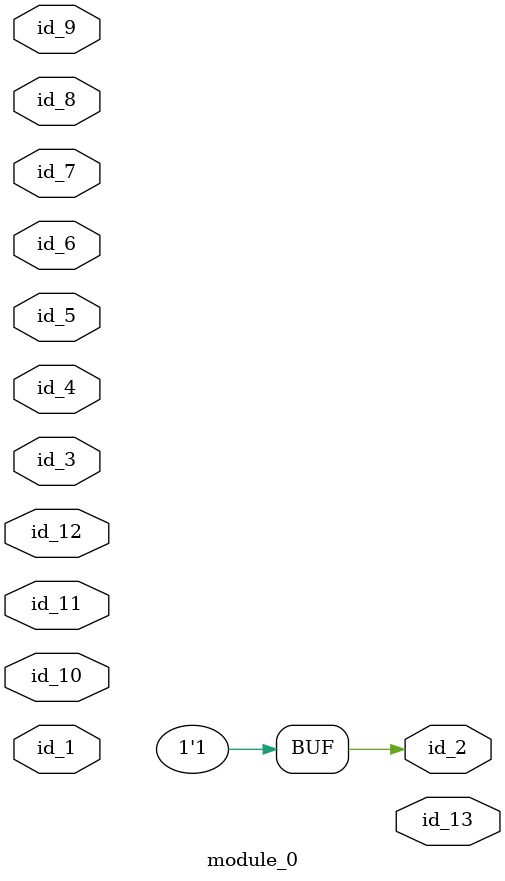
<source format=v>
module module_0 (
    id_1,
    id_2,
    id_3,
    id_4,
    id_5,
    id_6,
    id_7,
    id_8,
    id_9,
    id_10,
    id_11,
    id_12,
    id_13
);
  output id_13;
  input id_12;
  inout id_11;
  inout id_10;
  inout id_9;
  inout id_8;
  inout id_7;
  input id_6;
  inout id_5;
  input id_4;
  input id_3;
  output id_2;
  input id_1;
  assign id_2 = 1;
endmodule

</source>
